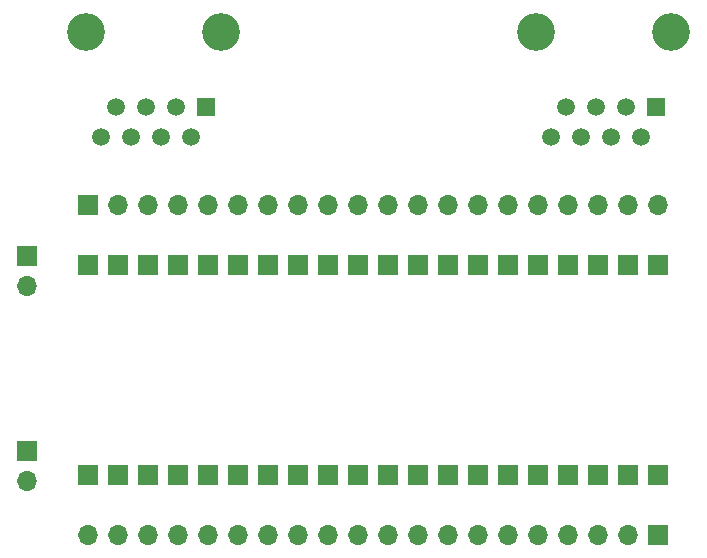
<source format=gbs>
%TF.GenerationSoftware,KiCad,Pcbnew,8.0.4*%
%TF.CreationDate,2024-08-22T22:51:51+01:00*%
%TF.ProjectId,PicoChain,5069636f-4368-4616-996e-2e6b69636164,v1.1*%
%TF.SameCoordinates,Original*%
%TF.FileFunction,Soldermask,Bot*%
%TF.FilePolarity,Negative*%
%FSLAX46Y46*%
G04 Gerber Fmt 4.6, Leading zero omitted, Abs format (unit mm)*
G04 Created by KiCad (PCBNEW 8.0.4) date 2024-08-22 22:51:51*
%MOMM*%
%LPD*%
G01*
G04 APERTURE LIST*
G04 Aperture macros list*
%AMRoundRect*
0 Rectangle with rounded corners*
0 $1 Rounding radius*
0 $2 $3 $4 $5 $6 $7 $8 $9 X,Y pos of 4 corners*
0 Add a 4 corners polygon primitive as box body*
4,1,4,$2,$3,$4,$5,$6,$7,$8,$9,$2,$3,0*
0 Add four circle primitives for the rounded corners*
1,1,$1+$1,$2,$3*
1,1,$1+$1,$4,$5*
1,1,$1+$1,$6,$7*
1,1,$1+$1,$8,$9*
0 Add four rect primitives between the rounded corners*
20,1,$1+$1,$2,$3,$4,$5,0*
20,1,$1+$1,$4,$5,$6,$7,0*
20,1,$1+$1,$6,$7,$8,$9,0*
20,1,$1+$1,$8,$9,$2,$3,0*%
G04 Aperture macros list end*
%ADD10RoundRect,0.102000X-0.754000X0.754000X-0.754000X-0.754000X0.754000X-0.754000X0.754000X0.754000X0*%
%ADD11R,1.700000X1.700000*%
%ADD12O,1.700000X1.700000*%
%ADD13C,3.200000*%
%ADD14R,1.500000X1.500000*%
%ADD15C,1.500000*%
G04 APERTURE END LIST*
D10*
%TO.C,U2*%
X171809400Y-114542600D03*
X174349400Y-114542600D03*
X169269400Y-114542600D03*
X164189400Y-114542600D03*
X176889400Y-114542600D03*
X151489400Y-114542600D03*
X138789400Y-114542600D03*
X176889400Y-96762600D03*
X164189400Y-96762600D03*
X151489400Y-96762600D03*
X138789400Y-96762600D03*
X181969400Y-96762600D03*
X179429400Y-96762600D03*
X174349400Y-96762600D03*
X171809400Y-96762600D03*
X169269400Y-96762600D03*
X166729400Y-96762600D03*
X161649400Y-96762600D03*
X159109400Y-96762600D03*
X156569400Y-96762600D03*
X154029400Y-96762600D03*
X148949400Y-96762600D03*
X146409400Y-96762600D03*
X143869400Y-96762600D03*
X141329400Y-96762600D03*
X136249400Y-96762600D03*
X133709400Y-96762600D03*
X133709400Y-114542600D03*
X136249400Y-114542600D03*
X141329400Y-114542600D03*
X143869400Y-114542600D03*
X146409400Y-114542600D03*
X148949400Y-114542600D03*
X154029400Y-114542600D03*
X159109400Y-114542600D03*
X161649400Y-114542600D03*
X166729400Y-114542600D03*
X156569400Y-114542600D03*
X181969400Y-114542600D03*
X179429400Y-114542600D03*
%TD*%
D11*
%TO.C,+12V*%
X128540000Y-112581000D03*
D12*
X128540000Y-115121000D03*
%TD*%
D13*
%TO.C,J1*%
X145014500Y-77046000D03*
X133584500Y-77046000D03*
D14*
X143744500Y-83396000D03*
D15*
X142474500Y-85936000D03*
X141204500Y-83396000D03*
X139934500Y-85936000D03*
X138664500Y-83396000D03*
X137394500Y-85936000D03*
X136124500Y-83396000D03*
X134854500Y-85936000D03*
%TD*%
D11*
%TO.C,J6*%
X181969400Y-119622600D03*
D12*
X179429400Y-119622600D03*
X176889400Y-119622600D03*
X174349400Y-119622600D03*
X171809400Y-119622600D03*
X169269400Y-119622600D03*
X166729400Y-119622600D03*
X164189400Y-119622600D03*
X161649400Y-119622600D03*
X159109400Y-119622600D03*
X156569400Y-119622600D03*
X154029400Y-119622600D03*
X151489400Y-119622600D03*
X148949400Y-119622600D03*
X146409400Y-119622600D03*
X143869400Y-119622600D03*
X141329400Y-119622600D03*
X138789400Y-119622600D03*
X136249400Y-119622600D03*
X133709400Y-119622600D03*
%TD*%
D11*
%TO.C,J5*%
X133709400Y-91682600D03*
D12*
X136249400Y-91682600D03*
X138789400Y-91682600D03*
X141329400Y-91682600D03*
X143869400Y-91682600D03*
X146409400Y-91682600D03*
X148949400Y-91682600D03*
X151489400Y-91682600D03*
X154029400Y-91682600D03*
X156569400Y-91682600D03*
X159109400Y-91682600D03*
X161649400Y-91682600D03*
X164189400Y-91682600D03*
X166729400Y-91682600D03*
X169269400Y-91682600D03*
X171809400Y-91682600D03*
X174349400Y-91682600D03*
X176889400Y-91682600D03*
X179429400Y-91682600D03*
X181969400Y-91682600D03*
%TD*%
D13*
%TO.C,J2*%
X183114500Y-77046000D03*
X171684500Y-77046000D03*
D14*
X181844500Y-83396000D03*
D15*
X180574500Y-85936000D03*
X179304500Y-83396000D03*
X178034500Y-85936000D03*
X176764500Y-83396000D03*
X175494500Y-85936000D03*
X174224500Y-83396000D03*
X172954500Y-85936000D03*
%TD*%
D11*
%TO.C,+5V*%
X128540000Y-96071000D03*
D12*
X128540000Y-98611000D03*
%TD*%
M02*

</source>
